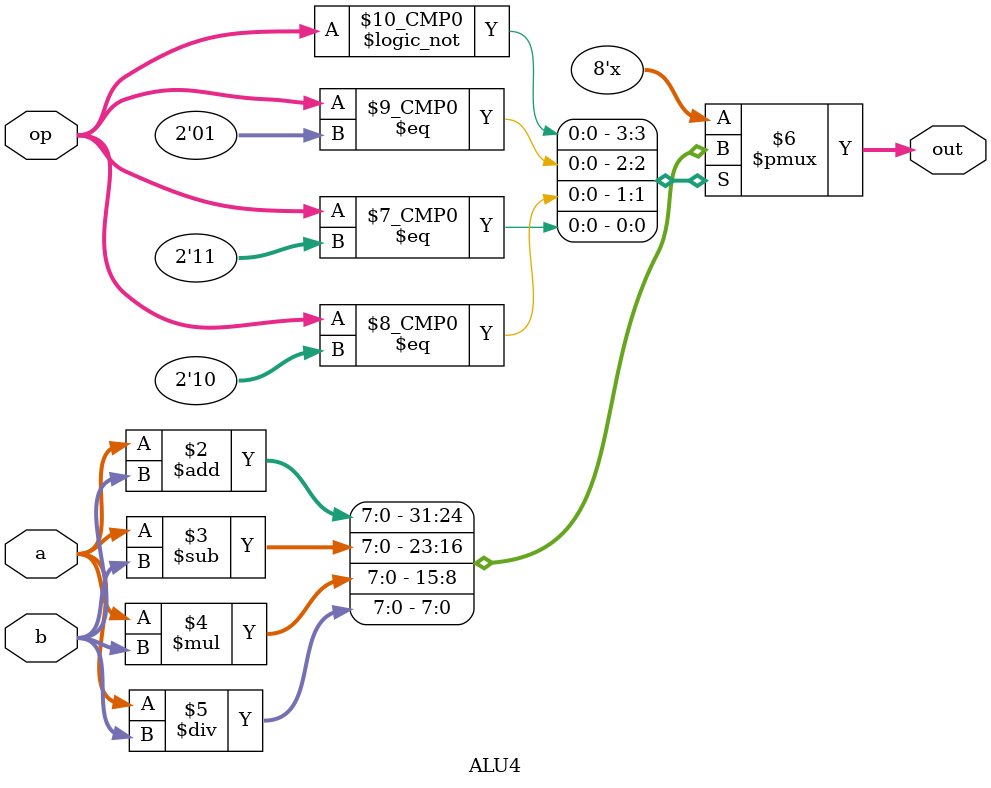
<source format=v>
module ALU4(out, a, b, op);
    input [1:0] op;
    input [7:0] a, b;
    output reg [7:0] out;

    parameter ADD=2'b00, SUB=2'b01, MUL=2'b10, DIV=2'b11;

    always @(*)
    begin
        case (op)
            ADD: out = a + b;
            SUB: out = a - b;
            MUL: out = a * b;
            DIV: out = a / b;
        endcase
    end
endmodule

</source>
